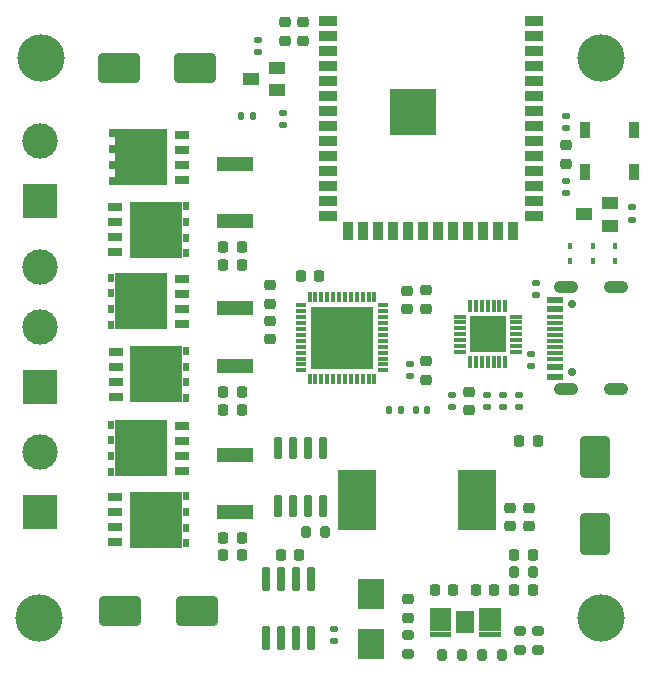
<source format=gbr>
%TF.GenerationSoftware,KiCad,Pcbnew,6.0.10-86aedd382b~118~ubuntu22.04.1*%
%TF.CreationDate,2023-04-05T16:54:16+05:30*%
%TF.ProjectId,Quadruped,51756164-7275-4706-9564-2e6b69636164,rev?*%
%TF.SameCoordinates,Original*%
%TF.FileFunction,Soldermask,Top*%
%TF.FilePolarity,Negative*%
%FSLAX46Y46*%
G04 Gerber Fmt 4.6, Leading zero omitted, Abs format (unit mm)*
G04 Created by KiCad (PCBNEW 6.0.10-86aedd382b~118~ubuntu22.04.1) date 2023-04-05 16:54:16*
%MOMM*%
%LPD*%
G01*
G04 APERTURE LIST*
G04 Aperture macros list*
%AMRoundRect*
0 Rectangle with rounded corners*
0 $1 Rounding radius*
0 $2 $3 $4 $5 $6 $7 $8 $9 X,Y pos of 4 corners*
0 Add a 4 corners polygon primitive as box body*
4,1,4,$2,$3,$4,$5,$6,$7,$8,$9,$2,$3,0*
0 Add four circle primitives for the rounded corners*
1,1,$1+$1,$2,$3*
1,1,$1+$1,$4,$5*
1,1,$1+$1,$6,$7*
1,1,$1+$1,$8,$9*
0 Add four rect primitives between the rounded corners*
20,1,$1+$1,$2,$3,$4,$5,0*
20,1,$1+$1,$4,$5,$6,$7,0*
20,1,$1+$1,$6,$7,$8,$9,0*
20,1,$1+$1,$8,$9,$2,$3,0*%
G04 Aperture macros list end*
%ADD10C,0.010000*%
%ADD11RoundRect,0.007800X-0.477200X-0.122200X0.477200X-0.122200X0.477200X0.122200X-0.477200X0.122200X0*%
%ADD12RoundRect,0.007800X0.122200X-0.477200X0.122200X0.477200X-0.122200X0.477200X-0.122200X-0.477200X0*%
%ADD13R,3.150000X3.150000*%
%ADD14R,0.400000X0.480000*%
%ADD15RoundRect,0.225000X0.250000X-0.225000X0.250000X0.225000X-0.250000X0.225000X-0.250000X-0.225000X0*%
%ADD16RoundRect,0.200000X-0.275000X0.200000X-0.275000X-0.200000X0.275000X-0.200000X0.275000X0.200000X0*%
%ADD17C,4.000000*%
%ADD18RoundRect,0.200000X-0.200000X-0.275000X0.200000X-0.275000X0.200000X0.275000X-0.200000X0.275000X0*%
%ADD19R,0.900000X0.300000*%
%ADD20R,0.300000X0.900000*%
%ADD21R,5.250000X5.250000*%
%ADD22RoundRect,0.147500X0.147500X0.172500X-0.147500X0.172500X-0.147500X-0.172500X0.147500X-0.172500X0*%
%ADD23R,0.950000X1.400000*%
%ADD24RoundRect,0.135000X0.185000X-0.135000X0.185000X0.135000X-0.185000X0.135000X-0.185000X-0.135000X0*%
%ADD25R,3.000000X3.000000*%
%ADD26C,3.000000*%
%ADD27R,1.200000X0.650000*%
%ADD28R,4.500000X4.700000*%
%ADD29R,0.500000X0.700000*%
%ADD30RoundRect,0.225000X0.225000X0.250000X-0.225000X0.250000X-0.225000X-0.250000X0.225000X-0.250000X0*%
%ADD31R,2.300000X2.500000*%
%ADD32R,3.150000X1.243000*%
%ADD33RoundRect,0.225000X-0.225000X-0.250000X0.225000X-0.250000X0.225000X0.250000X-0.225000X0.250000X0*%
%ADD34RoundRect,0.250000X-1.500000X-1.000000X1.500000X-1.000000X1.500000X1.000000X-1.500000X1.000000X0*%
%ADD35RoundRect,0.135000X-0.185000X0.135000X-0.185000X-0.135000X0.185000X-0.135000X0.185000X0.135000X0*%
%ADD36R,3.200000X5.100000*%
%ADD37R,1.400000X1.000000*%
%ADD38RoundRect,0.250000X-1.000000X1.500000X-1.000000X-1.500000X1.000000X-1.500000X1.000000X1.500000X0*%
%ADD39RoundRect,0.225000X-0.250000X0.225000X-0.250000X-0.225000X0.250000X-0.225000X0.250000X0.225000X0*%
%ADD40R,1.570000X1.880000*%
%ADD41R,1.500000X0.900000*%
%ADD42R,0.900000X1.500000*%
%ADD43C,0.500000*%
%ADD44R,3.900000X3.900000*%
%ADD45C,0.700000*%
%ADD46R,1.450000X0.600000*%
%ADD47R,1.450000X0.300000*%
%ADD48O,2.100000X1.050000*%
%ADD49RoundRect,0.147500X-0.147500X-0.172500X0.147500X-0.172500X0.147500X0.172500X-0.147500X0.172500X0*%
%ADD50RoundRect,0.200000X0.275000X-0.200000X0.275000X0.200000X-0.275000X0.200000X-0.275000X-0.200000X0*%
%ADD51RoundRect,0.135000X0.135000X0.185000X-0.135000X0.185000X-0.135000X-0.185000X0.135000X-0.185000X0*%
%ADD52RoundRect,0.042000X-0.258000X0.943000X-0.258000X-0.943000X0.258000X-0.943000X0.258000X0.943000X0*%
%ADD53RoundRect,0.090000X0.210000X-0.860000X0.210000X0.860000X-0.210000X0.860000X-0.210000X-0.860000X0*%
G04 APERTURE END LIST*
%TO.C,IC1*%
G36*
X71700000Y-127350000D02*
G01*
X70000000Y-127350000D01*
X70000000Y-126950000D01*
X71700000Y-126950000D01*
X71700000Y-127350000D01*
G37*
D10*
X71700000Y-127350000D02*
X70000000Y-127350000D01*
X70000000Y-126950000D01*
X71700000Y-126950000D01*
X71700000Y-127350000D01*
G36*
X67500000Y-128350000D02*
G01*
X65800000Y-128350000D01*
X65800000Y-127950000D01*
X67500000Y-127950000D01*
X67500000Y-128350000D01*
G37*
X67500000Y-128350000D02*
X65800000Y-128350000D01*
X65800000Y-127950000D01*
X67500000Y-127950000D01*
X67500000Y-128350000D01*
G36*
X67500000Y-127350000D02*
G01*
X65800000Y-127350000D01*
X65800000Y-126950000D01*
X67500000Y-126950000D01*
X67500000Y-127350000D01*
G37*
X67500000Y-127350000D02*
X65800000Y-127350000D01*
X65800000Y-126950000D01*
X67500000Y-126950000D01*
X67500000Y-127350000D01*
G36*
X71700000Y-127850000D02*
G01*
X70000000Y-127850000D01*
X70000000Y-127450000D01*
X71700000Y-127450000D01*
X71700000Y-127850000D01*
G37*
X71700000Y-127850000D02*
X70000000Y-127850000D01*
X70000000Y-127450000D01*
X71700000Y-127450000D01*
X71700000Y-127850000D01*
G36*
X71700000Y-126350000D02*
G01*
X70000000Y-126350000D01*
X70000000Y-125950000D01*
X71700000Y-125950000D01*
X71700000Y-126350000D01*
G37*
X71700000Y-126350000D02*
X70000000Y-126350000D01*
X70000000Y-125950000D01*
X71700000Y-125950000D01*
X71700000Y-126350000D01*
G36*
X71700000Y-126850000D02*
G01*
X70000000Y-126850000D01*
X70000000Y-126450000D01*
X71700000Y-126450000D01*
X71700000Y-126850000D01*
G37*
X71700000Y-126850000D02*
X70000000Y-126850000D01*
X70000000Y-126450000D01*
X71700000Y-126450000D01*
X71700000Y-126850000D01*
G36*
X67500000Y-127850000D02*
G01*
X65800000Y-127850000D01*
X65800000Y-127450000D01*
X67500000Y-127450000D01*
X67500000Y-127850000D01*
G37*
X67500000Y-127850000D02*
X65800000Y-127850000D01*
X65800000Y-127450000D01*
X67500000Y-127450000D01*
X67500000Y-127850000D01*
G36*
X67500000Y-126850000D02*
G01*
X65800000Y-126850000D01*
X65800000Y-126450000D01*
X67500000Y-126450000D01*
X67500000Y-126850000D01*
G37*
X67500000Y-126850000D02*
X65800000Y-126850000D01*
X65800000Y-126450000D01*
X67500000Y-126450000D01*
X67500000Y-126850000D01*
G36*
X71700000Y-128350000D02*
G01*
X70000000Y-128350000D01*
X70000000Y-127950000D01*
X71700000Y-127950000D01*
X71700000Y-128350000D01*
G37*
X71700000Y-128350000D02*
X70000000Y-128350000D01*
X70000000Y-127950000D01*
X71700000Y-127950000D01*
X71700000Y-128350000D01*
G36*
X67500000Y-126350000D02*
G01*
X65800000Y-126350000D01*
X65800000Y-125950000D01*
X67500000Y-125950000D01*
X67500000Y-126350000D01*
G37*
X67500000Y-126350000D02*
X65800000Y-126350000D01*
X65800000Y-125950000D01*
X67500000Y-125950000D01*
X67500000Y-126350000D01*
%TD*%
D11*
%TO.C,IC2*%
X68320000Y-101270000D03*
X68320000Y-101770000D03*
X68320000Y-102270000D03*
X68320000Y-102770000D03*
X68320000Y-103270000D03*
X68320000Y-103770000D03*
X68320000Y-104270000D03*
D12*
X69190000Y-105140000D03*
X69690000Y-105140000D03*
X70190000Y-105140000D03*
X70690000Y-105140000D03*
X71190000Y-105140000D03*
X71690000Y-105140000D03*
X72190000Y-105140000D03*
D11*
X73060000Y-104270000D03*
X73060000Y-103770000D03*
X73060000Y-103270000D03*
X73060000Y-102770000D03*
X73060000Y-102270000D03*
X73060000Y-101770000D03*
X73060000Y-101270000D03*
D12*
X72190000Y-100400000D03*
X71690000Y-100400000D03*
X71190000Y-100400000D03*
X70690000Y-100400000D03*
X70190000Y-100400000D03*
X69690000Y-100400000D03*
X69190000Y-100400000D03*
D13*
X70690000Y-102770000D03*
%TD*%
D14*
%TO.C,D3*%
X81500000Y-95290000D03*
X81500000Y-96610000D03*
%TD*%
D15*
%TO.C,C1*%
X53500000Y-77925000D03*
X53500000Y-76375000D03*
%TD*%
D14*
%TO.C,D2*%
X77700000Y-95290000D03*
X77700000Y-96610000D03*
%TD*%
D16*
%TO.C,R1*%
X73420000Y-127885000D03*
X73420000Y-129535000D03*
%TD*%
D17*
%TO.C,H1*%
X32725000Y-126825000D03*
%TD*%
D18*
%TO.C,R25*%
X70245000Y-129950000D03*
X71895000Y-129950000D03*
%TD*%
D19*
%TO.C,IC3*%
X54910000Y-100330000D03*
X54910000Y-100830000D03*
X54910000Y-101330000D03*
X54910000Y-101830000D03*
X54910000Y-102330000D03*
X54910000Y-102830000D03*
X54910000Y-103330000D03*
X54910000Y-103830000D03*
X54910000Y-104330000D03*
X54910000Y-104830000D03*
X54910000Y-105330000D03*
X54910000Y-105830000D03*
D20*
X55610000Y-106530000D03*
X56110000Y-106530000D03*
X56610000Y-106530000D03*
X57110000Y-106530000D03*
X57610000Y-106530000D03*
X58110000Y-106530000D03*
X58610000Y-106530000D03*
X59110000Y-106530000D03*
X59610000Y-106530000D03*
X60110000Y-106530000D03*
X60610000Y-106530000D03*
X61110000Y-106530000D03*
D19*
X61810000Y-105830000D03*
X61810000Y-105330000D03*
X61810000Y-104830000D03*
X61810000Y-104330000D03*
X61810000Y-103830000D03*
X61810000Y-103330000D03*
X61810000Y-102830000D03*
X61810000Y-102330000D03*
X61810000Y-101830000D03*
X61810000Y-101330000D03*
X61810000Y-100830000D03*
X61810000Y-100330000D03*
D20*
X61110000Y-99630000D03*
X60610000Y-99630000D03*
X60110000Y-99630000D03*
X59610000Y-99630000D03*
X59110000Y-99630000D03*
X58610000Y-99630000D03*
X58110000Y-99630000D03*
X57610000Y-99630000D03*
X57110000Y-99630000D03*
X56610000Y-99630000D03*
X56110000Y-99630000D03*
X55610000Y-99630000D03*
D21*
X58360000Y-103080000D03*
%TD*%
D22*
%TO.C,D5*%
X65555000Y-109220000D03*
X64585000Y-109220000D03*
%TD*%
D23*
%TO.C,SW2*%
X83075000Y-85500000D03*
X78925000Y-85500000D03*
%TD*%
D24*
%TO.C,R12*%
X74800000Y-99440000D03*
X74800000Y-98420000D03*
%TD*%
D25*
%TO.C,P1*%
X32800000Y-91500000D03*
D26*
X32800000Y-86420000D03*
%TD*%
D27*
%TO.C,Q4*%
X44774000Y-101880000D03*
X44774000Y-100610000D03*
X44774000Y-99340000D03*
X44774000Y-98070000D03*
D28*
X41305000Y-99975000D03*
D29*
X38805000Y-97975010D03*
X38805000Y-99308340D03*
X38805000Y-100641670D03*
X38805000Y-101975000D03*
%TD*%
D24*
%TO.C,R17*%
X64100000Y-106330000D03*
X64100000Y-105310000D03*
%TD*%
%TO.C,R4*%
X82950000Y-93060000D03*
X82950000Y-92040000D03*
%TD*%
D30*
%TO.C,C30*%
X74505000Y-124440000D03*
X72955000Y-124440000D03*
%TD*%
D31*
%TO.C,D_Zener1*%
X60810000Y-124740000D03*
X60810000Y-129040000D03*
%TD*%
D25*
%TO.C,J2*%
X32800000Y-107280000D03*
D26*
X32800000Y-102200000D03*
X32800000Y-97120000D03*
%TD*%
D32*
%TO.C,R14*%
X49325000Y-88378500D03*
X49325000Y-93221500D03*
%TD*%
D17*
%TO.C,H2*%
X80280000Y-79360000D03*
%TD*%
D18*
%TO.C,R24*%
X72905000Y-122940000D03*
X74555000Y-122940000D03*
%TD*%
D33*
%TO.C,C10*%
X48325000Y-95400000D03*
X49875000Y-95400000D03*
%TD*%
D34*
%TO.C,C33*%
X39592500Y-126200000D03*
X46092500Y-126200000D03*
%TD*%
D35*
%TO.C,R9*%
X73320000Y-107930000D03*
X73320000Y-108950000D03*
%TD*%
D33*
%TO.C,C31*%
X69695000Y-124450000D03*
X71245000Y-124450000D03*
%TD*%
D24*
%TO.C,R21*%
X70630000Y-108960000D03*
X70630000Y-107940000D03*
%TD*%
D36*
%TO.C,L2*%
X59650000Y-116800000D03*
X69750000Y-116800000D03*
%TD*%
D35*
%TO.C,R8*%
X71950000Y-107940000D03*
X71950000Y-108960000D03*
%TD*%
D24*
%TO.C,R3*%
X53400000Y-85060000D03*
X53400000Y-84040000D03*
%TD*%
D37*
%TO.C,T2*%
X81030000Y-93580000D03*
X81030000Y-91680000D03*
X78830000Y-92630000D03*
%TD*%
D24*
%TO.C,R7*%
X74390000Y-105450000D03*
X74390000Y-104430000D03*
%TD*%
D34*
%TO.C,C32*%
X39450000Y-80200000D03*
X45950000Y-80200000D03*
%TD*%
D15*
%TO.C,C5*%
X77350000Y-88325000D03*
X77350000Y-86775000D03*
%TD*%
D38*
%TO.C,C4*%
X79770000Y-113200000D03*
X79770000Y-119700000D03*
%TD*%
D39*
%TO.C,C18*%
X74170000Y-117475000D03*
X74170000Y-119025000D03*
%TD*%
D40*
%TO.C,IC1*%
X68750000Y-127150000D03*
%TD*%
D33*
%TO.C,C13*%
X48325000Y-109200000D03*
X49875000Y-109200000D03*
%TD*%
D30*
%TO.C,C17*%
X56445000Y-97830000D03*
X54895000Y-97830000D03*
%TD*%
D33*
%TO.C,C12*%
X48325000Y-107700000D03*
X49875000Y-107700000D03*
%TD*%
D39*
%TO.C,C23*%
X63900000Y-99075000D03*
X63900000Y-100625000D03*
%TD*%
%TO.C,C21*%
X52280000Y-98625000D03*
X52280000Y-100175000D03*
%TD*%
D41*
%TO.C,U1*%
X57140000Y-76230000D03*
X57140000Y-77500000D03*
X57140000Y-78770000D03*
X57140000Y-80040000D03*
X57140000Y-81310000D03*
X57140000Y-82580000D03*
X57140000Y-83850000D03*
X57140000Y-85120000D03*
X57140000Y-86390000D03*
X57140000Y-87660000D03*
X57140000Y-88930000D03*
X57140000Y-90200000D03*
X57140000Y-91470000D03*
X57140000Y-92740000D03*
D42*
X58905000Y-93990000D03*
X60175000Y-93990000D03*
X61445000Y-93990000D03*
X62715000Y-93990000D03*
X63985000Y-93990000D03*
X65255000Y-93990000D03*
X66525000Y-93990000D03*
X67795000Y-93990000D03*
X69065000Y-93990000D03*
X70335000Y-93990000D03*
X71605000Y-93990000D03*
X72875000Y-93990000D03*
D41*
X74640000Y-92740000D03*
X74640000Y-91470000D03*
X74640000Y-90200000D03*
X74640000Y-88930000D03*
X74640000Y-87660000D03*
X74640000Y-86390000D03*
X74640000Y-85120000D03*
X74640000Y-83850000D03*
X74640000Y-82580000D03*
X74640000Y-81310000D03*
X74640000Y-80040000D03*
X74640000Y-78770000D03*
X74640000Y-77500000D03*
X74640000Y-76230000D03*
D43*
X62990000Y-84650000D03*
X65090000Y-83950000D03*
X64390000Y-84650000D03*
X63690000Y-82550000D03*
X65090000Y-85350000D03*
X63690000Y-83950000D03*
X65790000Y-84650000D03*
X62990000Y-83250000D03*
X65090000Y-82550000D03*
X64390000Y-83250000D03*
X63690000Y-85350000D03*
D44*
X64390000Y-83950000D03*
D43*
X65790000Y-83250000D03*
%TD*%
D15*
%TO.C,C19*%
X65450000Y-106615000D03*
X65450000Y-105065000D03*
%TD*%
D27*
%TO.C,Q3*%
X39185055Y-104270000D03*
X39185055Y-105540000D03*
X39185055Y-106810000D03*
X39185055Y-108080000D03*
D28*
X42654055Y-106175000D03*
D29*
X45154055Y-108174990D03*
X45154055Y-106841660D03*
X45154055Y-105508330D03*
X45154055Y-104175000D03*
%TD*%
D25*
%TO.C,P2*%
X32800000Y-117840000D03*
D26*
X32800000Y-112760000D03*
%TD*%
D45*
%TO.C,J1*%
X77875000Y-100210000D03*
X77875000Y-105990000D03*
D46*
X76430000Y-106350000D03*
X76430000Y-105550000D03*
D47*
X76430000Y-104350000D03*
X76430000Y-103350000D03*
X76430000Y-102850000D03*
X76430000Y-101850000D03*
D46*
X76430000Y-99850000D03*
X76430000Y-100650000D03*
D47*
X76430000Y-101350000D03*
X76430000Y-102350000D03*
X76430000Y-103850000D03*
X76430000Y-104850000D03*
D48*
X77345000Y-107420000D03*
X77345000Y-98780000D03*
X81525000Y-107420000D03*
X81525000Y-98780000D03*
%TD*%
D33*
%TO.C,C14*%
X48325000Y-120000000D03*
X49875000Y-120000000D03*
%TD*%
D37*
%TO.C,T1*%
X52880000Y-82130000D03*
X52880000Y-80230000D03*
X50680000Y-81180000D03*
%TD*%
D27*
%TO.C,Q2*%
X44829945Y-89680000D03*
X44829945Y-88410000D03*
X44829945Y-87140000D03*
X44829945Y-85870000D03*
D29*
X38860945Y-85775010D03*
D28*
X41360945Y-87775000D03*
D29*
X38860945Y-87108340D03*
X38860945Y-88441670D03*
X38860945Y-89775000D03*
%TD*%
D18*
%TO.C,R10*%
X55275000Y-119550000D03*
X56925000Y-119550000D03*
%TD*%
%TO.C,R20*%
X66845000Y-129950000D03*
X68495000Y-129950000D03*
%TD*%
D15*
%TO.C,C2*%
X55050000Y-77925000D03*
X55050000Y-76375000D03*
%TD*%
D33*
%TO.C,C16*%
X66195000Y-124450000D03*
X67745000Y-124450000D03*
%TD*%
D35*
%TO.C,R13*%
X57700000Y-127690000D03*
X57700000Y-128710000D03*
%TD*%
D33*
%TO.C,C15*%
X48325000Y-121500000D03*
X49875000Y-121500000D03*
%TD*%
D23*
%TO.C,SW1*%
X83075000Y-89000000D03*
X78925000Y-89000000D03*
%TD*%
D39*
%TO.C,C22*%
X52280000Y-101625000D03*
X52280000Y-103175000D03*
%TD*%
D27*
%TO.C,Q5*%
X39166000Y-116570000D03*
X39166000Y-117840000D03*
X39166000Y-119110000D03*
X39166000Y-120380000D03*
D29*
X45135000Y-120474990D03*
D28*
X42635000Y-118475000D03*
D29*
X45135000Y-119141660D03*
X45135000Y-117808330D03*
X45135000Y-116475000D03*
%TD*%
D39*
%TO.C,C7*%
X69130000Y-107665000D03*
X69130000Y-109215000D03*
%TD*%
D27*
%TO.C,Q1*%
X39161945Y-92020000D03*
X39161945Y-93290000D03*
X39161945Y-94560000D03*
X39161945Y-95830000D03*
D29*
X45130945Y-95924990D03*
D28*
X42630945Y-93925000D03*
D29*
X45130945Y-94591660D03*
X45130945Y-93258330D03*
X45130945Y-91925000D03*
%TD*%
D49*
%TO.C,D6*%
X49845000Y-84300000D03*
X50815000Y-84300000D03*
%TD*%
D33*
%TO.C,C9*%
X53175000Y-121450000D03*
X54725000Y-121450000D03*
%TD*%
D15*
%TO.C,C29*%
X63970000Y-126760000D03*
X63970000Y-125210000D03*
%TD*%
D50*
%TO.C,R2*%
X74970000Y-129535000D03*
X74970000Y-127885000D03*
%TD*%
D33*
%TO.C,C3*%
X72955000Y-121440000D03*
X74505000Y-121440000D03*
%TD*%
%TO.C,C4*%
X73375000Y-111850000D03*
X74925000Y-111850000D03*
%TD*%
D32*
%TO.C,R16*%
X49325000Y-112953500D03*
X49325000Y-117796500D03*
%TD*%
D17*
%TO.C,H3*%
X32850000Y-79400000D03*
%TD*%
D39*
%TO.C,C20*%
X72570000Y-117475000D03*
X72570000Y-119025000D03*
%TD*%
D14*
%TO.C,D4*%
X79600000Y-95290000D03*
X79600000Y-96610000D03*
%TD*%
D24*
%TO.C,R19*%
X51280000Y-78850000D03*
X51280000Y-77830000D03*
%TD*%
D17*
%TO.C,H4*%
X80250000Y-126800000D03*
%TD*%
D51*
%TO.C,R18*%
X63380000Y-109210000D03*
X62360000Y-109210000D03*
%TD*%
D16*
%TO.C,R23*%
X63970000Y-128210000D03*
X63970000Y-129860000D03*
%TD*%
D33*
%TO.C,C11*%
X48325000Y-96900000D03*
X49875000Y-96900000D03*
%TD*%
D15*
%TO.C,C6*%
X65440000Y-100615000D03*
X65440000Y-99065000D03*
%TD*%
D52*
%TO.C,U3*%
X55755000Y-123535000D03*
X54485000Y-123535000D03*
X53215000Y-123535000D03*
X51945000Y-123535000D03*
X51945000Y-128475000D03*
X53215000Y-128475000D03*
X54485000Y-128475000D03*
X55755000Y-128475000D03*
%TD*%
D24*
%TO.C,R5*%
X77350000Y-90820000D03*
X77350000Y-89800000D03*
%TD*%
D32*
%TO.C,R15*%
X49325000Y-100578500D03*
X49325000Y-105421500D03*
%TD*%
D35*
%TO.C,R22*%
X67670000Y-107890000D03*
X67670000Y-108910000D03*
%TD*%
D53*
%TO.C,U5*%
X52945000Y-117355000D03*
X54215000Y-117355000D03*
X55485000Y-117355000D03*
X56755000Y-117355000D03*
X56755000Y-112445000D03*
X55485000Y-112445000D03*
X54215000Y-112445000D03*
X52945000Y-112445000D03*
%TD*%
D27*
%TO.C,Q6*%
X44799000Y-114330000D03*
X44799000Y-113060000D03*
X44799000Y-111790000D03*
X44799000Y-110520000D03*
D28*
X41330000Y-112425000D03*
D29*
X38830000Y-110425010D03*
X38830000Y-111758340D03*
X38830000Y-113091670D03*
X38830000Y-114425000D03*
%TD*%
D35*
%TO.C,R6*%
X77350000Y-84310000D03*
X77350000Y-85330000D03*
%TD*%
M02*

</source>
